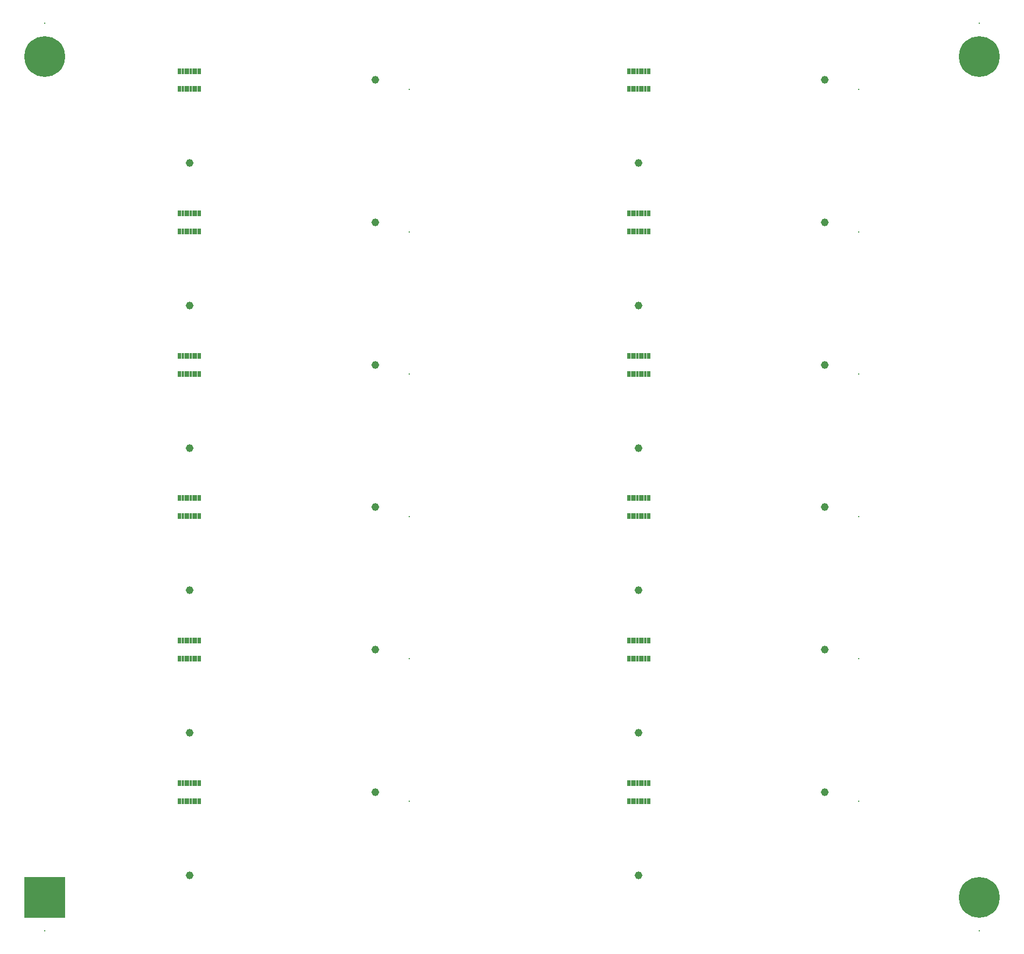
<source format=gbs>
G04 Layer_Color=16711935*
%FSLAX24Y24*%
%MOIN*%
G70*
G01*
G75*
%ADD37C,0.2400*%
%ADD38R,0.2400X0.2400*%
%ADD50C,0.0080*%
%ADD51C,0.0060*%
%ADD52R,0.0060X0.0060*%
%ADD53C,0.0460*%
%ADD54R,0.0198X0.0320*%
%ADD55R,0.0151X0.0320*%
D37*
X1969Y53445D02*
D03*
X56988D02*
D03*
Y3937D02*
D03*
D38*
X1969D02*
D03*
D50*
Y1969D02*
D03*
Y55413D02*
D03*
X56988D02*
D03*
Y1969D02*
D03*
D51*
X3912Y7287D02*
D03*
Y7537D02*
D03*
Y7787D02*
D03*
Y8037D02*
D03*
Y8287D02*
D03*
Y7037D02*
D03*
X22537Y7637D02*
D03*
X23787D02*
D03*
X23537D02*
D03*
X23287D02*
D03*
X23037D02*
D03*
X22787D02*
D03*
X5639Y5687D02*
D03*
X7608D02*
D03*
X5639Y9687D02*
D03*
X7608D02*
D03*
X30371Y7287D02*
D03*
Y7537D02*
D03*
Y7787D02*
D03*
Y8037D02*
D03*
Y8287D02*
D03*
Y7037D02*
D03*
X48996Y7637D02*
D03*
X50246D02*
D03*
X49996D02*
D03*
X49746D02*
D03*
X49496D02*
D03*
X49246D02*
D03*
X32098Y5687D02*
D03*
X34067D02*
D03*
X32098Y9687D02*
D03*
X34067D02*
D03*
X3912Y15674D02*
D03*
Y15924D02*
D03*
Y16174D02*
D03*
Y16424D02*
D03*
Y16674D02*
D03*
Y15424D02*
D03*
X22537Y16024D02*
D03*
X23787D02*
D03*
X23537D02*
D03*
X23287D02*
D03*
X23037D02*
D03*
X22787D02*
D03*
X5639Y14074D02*
D03*
X7608D02*
D03*
X5639Y18074D02*
D03*
X7608D02*
D03*
X30371Y15674D02*
D03*
Y15924D02*
D03*
Y16174D02*
D03*
Y16424D02*
D03*
Y16674D02*
D03*
Y15424D02*
D03*
X48996Y16024D02*
D03*
X50246D02*
D03*
X49996D02*
D03*
X49746D02*
D03*
X49496D02*
D03*
X49246D02*
D03*
X32098Y14074D02*
D03*
X34067D02*
D03*
X32098Y18074D02*
D03*
X34067D02*
D03*
X3912Y24062D02*
D03*
Y24312D02*
D03*
Y24562D02*
D03*
Y24812D02*
D03*
Y25062D02*
D03*
Y23812D02*
D03*
X22537Y24412D02*
D03*
X23787D02*
D03*
X23537D02*
D03*
X23287D02*
D03*
X23037D02*
D03*
X22787D02*
D03*
X5639Y22462D02*
D03*
X7608D02*
D03*
X5639Y26462D02*
D03*
X7608D02*
D03*
X30371Y24062D02*
D03*
Y24312D02*
D03*
Y24562D02*
D03*
Y24812D02*
D03*
Y25062D02*
D03*
Y23812D02*
D03*
X48996Y24412D02*
D03*
X50246D02*
D03*
X49996D02*
D03*
X49746D02*
D03*
X49496D02*
D03*
X49246D02*
D03*
X32098Y22462D02*
D03*
X34067D02*
D03*
X32098Y26462D02*
D03*
X34067D02*
D03*
X3912Y32449D02*
D03*
Y32699D02*
D03*
Y32949D02*
D03*
Y33199D02*
D03*
Y33449D02*
D03*
Y32199D02*
D03*
X22537Y32799D02*
D03*
X23787D02*
D03*
X23537D02*
D03*
X23287D02*
D03*
X23037D02*
D03*
X22787D02*
D03*
X5639Y30849D02*
D03*
X7608D02*
D03*
X5639Y34849D02*
D03*
X7608D02*
D03*
X30371Y32449D02*
D03*
Y32699D02*
D03*
Y32949D02*
D03*
Y33199D02*
D03*
Y33449D02*
D03*
Y32199D02*
D03*
X48996Y32799D02*
D03*
X50246D02*
D03*
X49996D02*
D03*
X49746D02*
D03*
X49496D02*
D03*
X49246D02*
D03*
X32098Y30849D02*
D03*
X34067D02*
D03*
X32098Y34849D02*
D03*
X34067D02*
D03*
X3912Y40837D02*
D03*
Y41087D02*
D03*
Y41337D02*
D03*
Y41587D02*
D03*
Y41837D02*
D03*
Y40587D02*
D03*
X22537Y41187D02*
D03*
X23787D02*
D03*
X23537D02*
D03*
X23287D02*
D03*
X23037D02*
D03*
X22787D02*
D03*
X5639Y39237D02*
D03*
X7608D02*
D03*
X5639Y43237D02*
D03*
X7608D02*
D03*
X30371Y40837D02*
D03*
Y41087D02*
D03*
Y41337D02*
D03*
Y41587D02*
D03*
Y41837D02*
D03*
Y40587D02*
D03*
X48996Y41187D02*
D03*
X50246D02*
D03*
X49996D02*
D03*
X49746D02*
D03*
X49496D02*
D03*
X49246D02*
D03*
X32098Y39237D02*
D03*
X34067D02*
D03*
X32098Y43237D02*
D03*
X34067D02*
D03*
X3912Y49224D02*
D03*
Y49474D02*
D03*
Y49724D02*
D03*
Y49974D02*
D03*
Y50224D02*
D03*
Y48974D02*
D03*
X22537Y49574D02*
D03*
X23787D02*
D03*
X23537D02*
D03*
X23287D02*
D03*
X23037D02*
D03*
X22787D02*
D03*
X5639Y47624D02*
D03*
X7608D02*
D03*
X5639Y51624D02*
D03*
X7608D02*
D03*
X30371Y49224D02*
D03*
Y49474D02*
D03*
Y49724D02*
D03*
Y49974D02*
D03*
Y50224D02*
D03*
Y48974D02*
D03*
X48996Y49574D02*
D03*
X50246D02*
D03*
X49996D02*
D03*
X49746D02*
D03*
X49496D02*
D03*
X49246D02*
D03*
X32098Y47624D02*
D03*
X34067D02*
D03*
X32098Y51624D02*
D03*
X34067D02*
D03*
D52*
X23437Y9587D02*
D03*
X49896D02*
D03*
X23437Y17974D02*
D03*
X49896D02*
D03*
X23437Y26362D02*
D03*
X49896D02*
D03*
X23437Y34749D02*
D03*
X49896D02*
D03*
X23437Y43137D02*
D03*
X49896D02*
D03*
X23437Y51524D02*
D03*
X49896D02*
D03*
D53*
X21437Y10137D02*
D03*
X10487Y5237D02*
D03*
X47896Y10137D02*
D03*
X36946Y5237D02*
D03*
X21437Y18524D02*
D03*
X10487Y13624D02*
D03*
X47896Y18524D02*
D03*
X36946Y13624D02*
D03*
X21437Y26912D02*
D03*
X10487Y22012D02*
D03*
X47896Y26912D02*
D03*
X36946Y22012D02*
D03*
X21437Y35299D02*
D03*
X10487Y30399D02*
D03*
X47896Y35299D02*
D03*
X36946Y30399D02*
D03*
X21437Y43687D02*
D03*
X10487Y38787D02*
D03*
X47896Y43687D02*
D03*
X36946Y38787D02*
D03*
X21437Y52074D02*
D03*
X10487Y47174D02*
D03*
X47896Y52074D02*
D03*
X36946Y47174D02*
D03*
D54*
X11068Y9604D02*
D03*
Y10670D02*
D03*
X9906D02*
D03*
Y9604D02*
D03*
X37527D02*
D03*
Y10670D02*
D03*
X36365D02*
D03*
Y9604D02*
D03*
X11068Y17991D02*
D03*
Y19058D02*
D03*
X9906D02*
D03*
Y17991D02*
D03*
X37527D02*
D03*
Y19058D02*
D03*
X36365D02*
D03*
Y17991D02*
D03*
X11068Y26378D02*
D03*
Y27445D02*
D03*
X9906D02*
D03*
Y26378D02*
D03*
X37527D02*
D03*
Y27445D02*
D03*
X36365D02*
D03*
Y26378D02*
D03*
X11068Y34766D02*
D03*
Y35833D02*
D03*
X9906D02*
D03*
Y34766D02*
D03*
X37527D02*
D03*
Y35833D02*
D03*
X36365D02*
D03*
Y34766D02*
D03*
X11068Y43153D02*
D03*
Y44220D02*
D03*
X9906D02*
D03*
Y43153D02*
D03*
X37527D02*
D03*
Y44220D02*
D03*
X36365D02*
D03*
Y43153D02*
D03*
X11068Y51541D02*
D03*
Y52607D02*
D03*
X9906D02*
D03*
Y51541D02*
D03*
X37527D02*
D03*
Y52607D02*
D03*
X36365D02*
D03*
Y51541D02*
D03*
D55*
X10093Y9604D02*
D03*
X10251D02*
D03*
X10408D02*
D03*
X10566D02*
D03*
X10723D02*
D03*
X10881D02*
D03*
Y10670D02*
D03*
X10723D02*
D03*
X10566D02*
D03*
X10408D02*
D03*
X10251D02*
D03*
X10093D02*
D03*
X36552Y9604D02*
D03*
X36710D02*
D03*
X36867D02*
D03*
X37025D02*
D03*
X37182D02*
D03*
X37340D02*
D03*
Y10670D02*
D03*
X37182D02*
D03*
X37025D02*
D03*
X36867D02*
D03*
X36710D02*
D03*
X36552D02*
D03*
X10093Y17991D02*
D03*
X10251D02*
D03*
X10408D02*
D03*
X10566D02*
D03*
X10723D02*
D03*
X10881D02*
D03*
Y19058D02*
D03*
X10723D02*
D03*
X10566D02*
D03*
X10408D02*
D03*
X10251D02*
D03*
X10093D02*
D03*
X36552Y17991D02*
D03*
X36710D02*
D03*
X36867D02*
D03*
X37025D02*
D03*
X37182D02*
D03*
X37340D02*
D03*
Y19058D02*
D03*
X37182D02*
D03*
X37025D02*
D03*
X36867D02*
D03*
X36710D02*
D03*
X36552D02*
D03*
X10093Y26378D02*
D03*
X10251D02*
D03*
X10408D02*
D03*
X10566D02*
D03*
X10723D02*
D03*
X10881D02*
D03*
Y27445D02*
D03*
X10723D02*
D03*
X10566D02*
D03*
X10408D02*
D03*
X10251D02*
D03*
X10093D02*
D03*
X36552Y26378D02*
D03*
X36710D02*
D03*
X36867D02*
D03*
X37025D02*
D03*
X37182D02*
D03*
X37340D02*
D03*
Y27445D02*
D03*
X37182D02*
D03*
X37025D02*
D03*
X36867D02*
D03*
X36710D02*
D03*
X36552D02*
D03*
X10093Y34766D02*
D03*
X10251D02*
D03*
X10408D02*
D03*
X10566D02*
D03*
X10723D02*
D03*
X10881D02*
D03*
Y35833D02*
D03*
X10723D02*
D03*
X10566D02*
D03*
X10408D02*
D03*
X10251D02*
D03*
X10093D02*
D03*
X36552Y34766D02*
D03*
X36710D02*
D03*
X36867D02*
D03*
X37025D02*
D03*
X37182D02*
D03*
X37340D02*
D03*
Y35833D02*
D03*
X37182D02*
D03*
X37025D02*
D03*
X36867D02*
D03*
X36710D02*
D03*
X36552D02*
D03*
X10093Y43153D02*
D03*
X10251D02*
D03*
X10408D02*
D03*
X10566D02*
D03*
X10723D02*
D03*
X10881D02*
D03*
Y44220D02*
D03*
X10723D02*
D03*
X10566D02*
D03*
X10408D02*
D03*
X10251D02*
D03*
X10093D02*
D03*
X36552Y43153D02*
D03*
X36710D02*
D03*
X36867D02*
D03*
X37025D02*
D03*
X37182D02*
D03*
X37340D02*
D03*
Y44220D02*
D03*
X37182D02*
D03*
X37025D02*
D03*
X36867D02*
D03*
X36710D02*
D03*
X36552D02*
D03*
X10093Y51541D02*
D03*
X10251D02*
D03*
X10408D02*
D03*
X10566D02*
D03*
X10723D02*
D03*
X10881D02*
D03*
Y52607D02*
D03*
X10723D02*
D03*
X10566D02*
D03*
X10408D02*
D03*
X10251D02*
D03*
X10093D02*
D03*
X36552Y51541D02*
D03*
X36710D02*
D03*
X36867D02*
D03*
X37025D02*
D03*
X37182D02*
D03*
X37340D02*
D03*
Y52607D02*
D03*
X37182D02*
D03*
X37025D02*
D03*
X36867D02*
D03*
X36710D02*
D03*
X36552D02*
D03*
M02*

</source>
